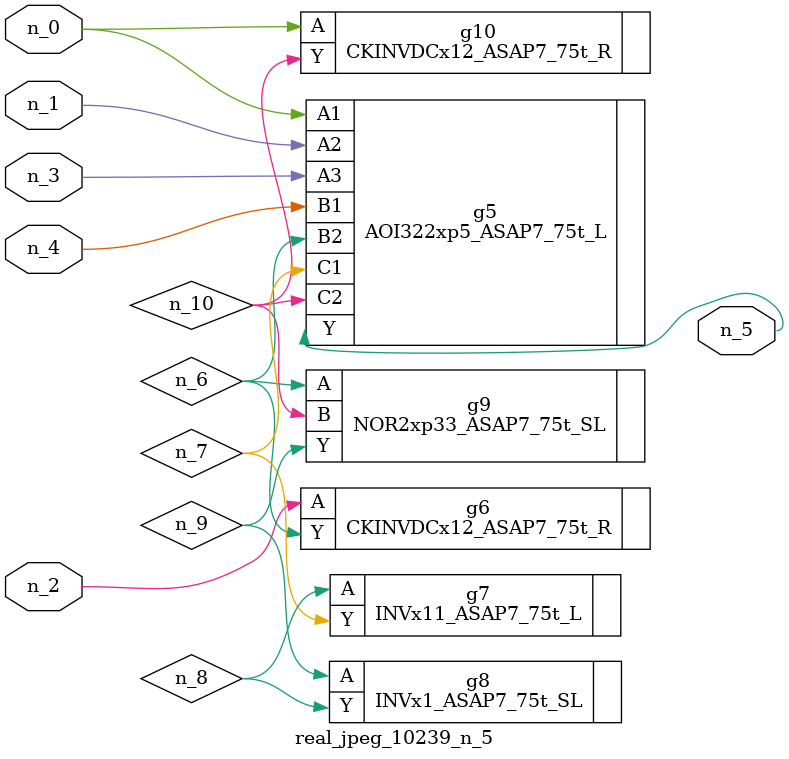
<source format=v>
module real_jpeg_10239_n_5 (n_4, n_0, n_1, n_2, n_3, n_5);

input n_4;
input n_0;
input n_1;
input n_2;
input n_3;

output n_5;

wire n_8;
wire n_6;
wire n_7;
wire n_10;
wire n_9;

AOI322xp5_ASAP7_75t_L g5 ( 
.A1(n_0),
.A2(n_1),
.A3(n_3),
.B1(n_4),
.B2(n_6),
.C1(n_7),
.C2(n_10),
.Y(n_5)
);

CKINVDCx12_ASAP7_75t_R g10 ( 
.A(n_0),
.Y(n_10)
);

CKINVDCx12_ASAP7_75t_R g6 ( 
.A(n_2),
.Y(n_6)
);

NOR2xp33_ASAP7_75t_SL g9 ( 
.A(n_6),
.B(n_10),
.Y(n_9)
);

INVx11_ASAP7_75t_L g7 ( 
.A(n_8),
.Y(n_7)
);

INVx1_ASAP7_75t_SL g8 ( 
.A(n_9),
.Y(n_8)
);


endmodule
</source>
